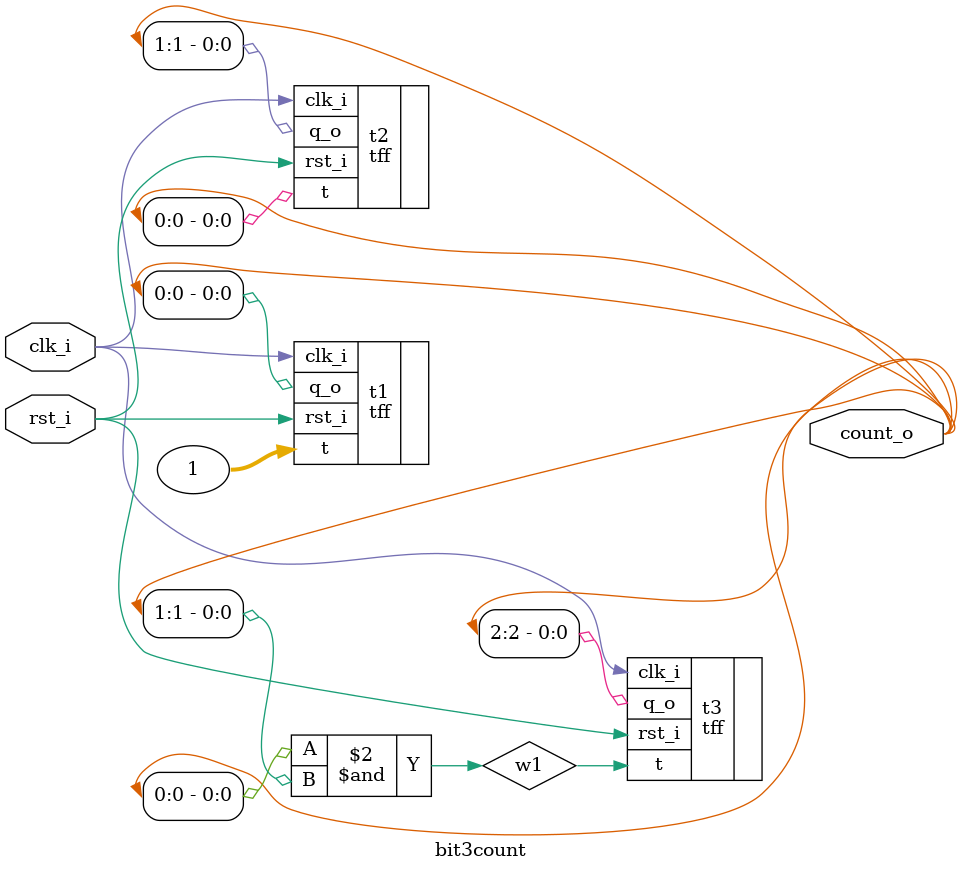
<source format=v>
module bit3count(clk_i,rst_i,count_o);
input clk_i,rst_i;
output [2:0] count_o;
wire w1;
tff t1(.t(1),.clk_i(clk_i),.rst_i(rst_i),.q_o(count_o[0]));
tff t2(.t(count_o[0]),.clk_i(clk_i),.rst_i(rst_i),.q_o(count_o[1]));
tff t3(.t(w1),.clk_i(clk_i),.rst_i(rst_i),.q_o(count_o[2]));

and (w1,count_o[0],count_o[1]);

endmodule

</source>
